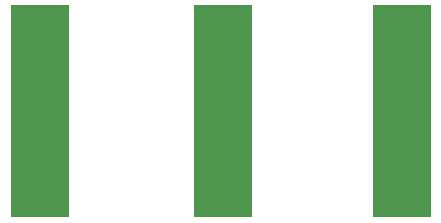
<source format=gbp>
G04 Layer_Color=128*
%FSLAX25Y25*%
%MOIN*%
G70*
G01*
G75*
%ADD43R,0.19685X0.70866*%
D43*
X78500Y46000D02*
D03*
X138000D02*
D03*
X17500D02*
D03*
M02*

</source>
